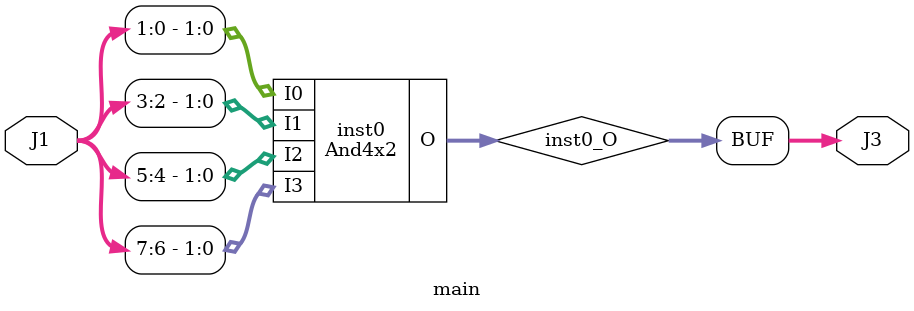
<source format=v>
module And4 (input [3:0] I, output  O);
wire  inst0_O;
SB_LUT4 #(.LUT_INIT(16'h8000)) inst0 (.I0(I[0]), .I1(I[1]), .I2(I[2]), .I3(I[3]), .O(inst0_O));
assign O = inst0_O;
endmodule

module And4x2 (input [1:0] I0, input [1:0] I1, input [1:0] I2, input [1:0] I3, output [1:0] O);
wire  inst0_O;
wire  inst1_O;
And4 inst0 (.I({I3[0],I2[0],I1[0],I0[0]}), .O(inst0_O));
And4 inst1 (.I({I3[1],I2[1],I1[1],I0[1]}), .O(inst1_O));
assign O = {inst1_O,inst0_O};
endmodule

module main (input [7:0] J1, output [1:0] J3);
wire [1:0] inst0_O;
And4x2 inst0 (.I0({J1[1],J1[0]}), .I1({J1[3],J1[2]}), .I2({J1[5],J1[4]}), .I3({J1[7],J1[6]}), .O(inst0_O));
assign J3 = inst0_O;
endmodule


</source>
